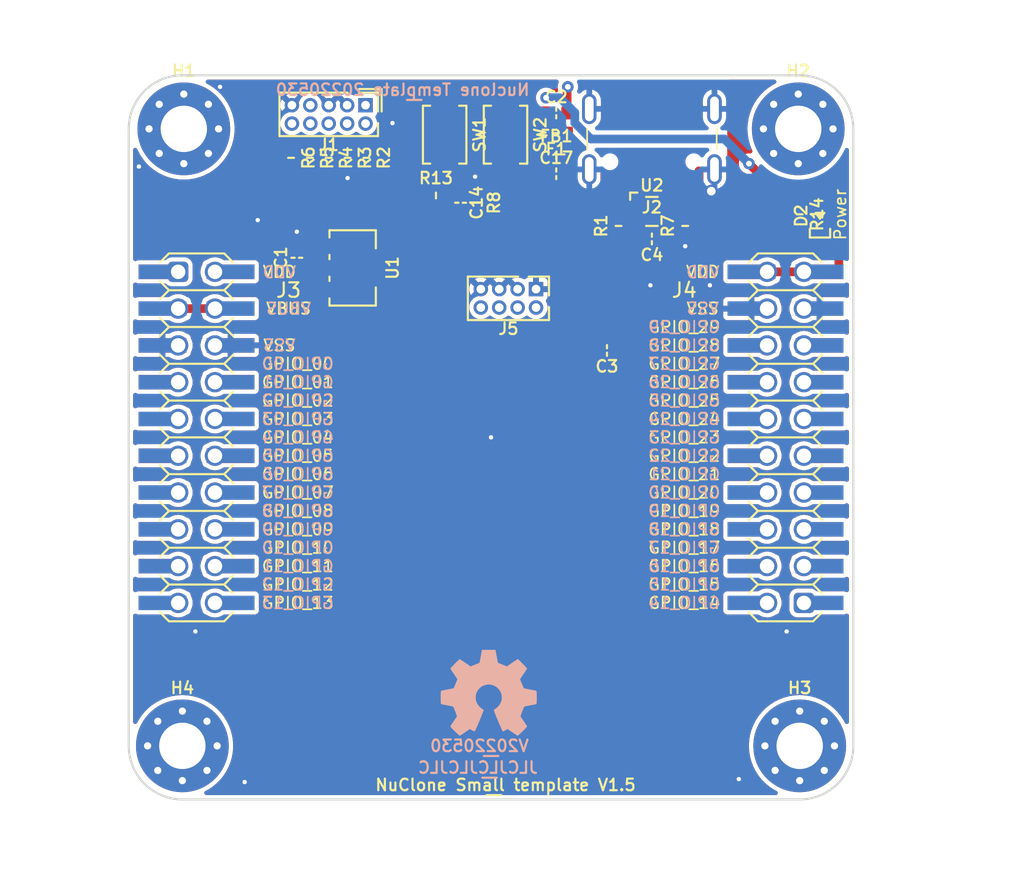
<source format=kicad_pcb>
(kicad_pcb (version 20221018) (generator pcbnew)
  (layers (0 "F.Cu" mixed) (31 "B.Cu" mixed) (34 "B.Paste" user) (35 "F.Paste" user) (36 "B.SilkS" user "B.Silkscreen") (37 "F.SilkS" user "F.Silkscreen") (38 "B.Mask" user) (39 "F.Mask" user) (44 "Edge.Cuts" user))
  (net 0 "")
  (net 1 "/VBUS")
  (net 2 "Net-(F1-Pad2)")
  (net 3 "/VDD")
  (net 4 "/VSS")
  (net 5 "Net-(D2-A)")
  (net 6 "/GPIO_28")
  (net 7 "/GPIO_29")
  (net 8 "/TMS")
  (net 9 "/TCK")
  (net 10 "/TDO")
  (net 11 "/TDI")
  (net 12 "/RESET")
  (net 13 "Net-(R13-Pad2)")
  (net 15 "Net-(J2-CC1)")
  (net 17 "Net-(J2-CC2)")
  (net 19 "/Bootloader")
  (net 20 "/GPIO_20")
  (net 21 "/GPIO_23")
  (net 22 "/GPIO_27")
  (net 23 "/GPIO_16")
  (net 24 "/GPIO_21")
  (net 25 "/GPIO_19")
  (net 26 "/GPIO_17")
  (net 27 "/GPIO_18")
  (net 28 "/GPIO_15")
  (net 29 "/GPIO_14")
  (net 30 "/GPIO_22")
  (net 31 "/GPIO_24")
  (net 32 "/GPIO_25")
  (net 33 "/GPIO_26")
  (net 34 "/GPIO_13")
  (net 35 "/GPIO_12")
  (net 36 "/GPIO_11")
  (net 37 "/GPIO_10")
  (net 38 "/GPIO_09")
  (net 39 "/GPIO_08")
  (net 40 "/GPIO_07")
  (net 41 "/GPIO_06")
  (net 42 "/GPIO_05")
  (net 43 "/GPIO_04")
  (net 44 "/GPIO_03")
  (net 45 "/GPIO_02")
  (net 46 "/GPIO_01")
  (net 47 "/GPIO_00")
  (net 48 "/VUSB")
  (net 49 "/DP")
  (net 50 "/DN")
  (footprint "SquantorPcbOutline:MountingHole_3.2mm_M3_Pad_Via" (layer "F.Cu") (at 63.8 64.7)
    (fp_text reference "H1")
    (fp_text value "MountingHole")
  )
  (footprint "SquantorPcbOutline:MountingHole_3.2mm_M3_Pad_Via" (layer "F.Cu") (at 106.2 64.7)
    (fp_text reference "H2")
    (fp_text value "MountingHole")
  )
  (footprint "SquantorPcbOutline:MountingHole_3.2mm_M3_Pad_Via" (layer "F.Cu") (at 63.7 107.3)
    (fp_text reference "H4")
    (fp_text value "MountingHole")
  )
  (footprint "SquantorLabels:Label_Generic" (layer "F.Cu") (at 85.2 110.1)
    (fp_text reference "N4" hide)
    (fp_text value "NuClone Small template V1.5")
  )
  (footprint "SquantorPcbOutline:MountingHole_3.2mm_M3_Pad_Via" (layer "F.Cu") (at 106.3 107.3)
    (fp_text reference "H3")
    (fp_text value "MountingHole")
  )
  (footprint "SquantorConnectorsNamed:nuclone_small_right_stacked" (layer "F.Cu") (at 105.32 86 90)
    (fp_text reference "J4")
    (fp_text value "nuclone_small_right")
  )
  (footprint "SquantorConnectorsNamed:nuclone_small_left_stacked" (layer "F.Cu") (at 64.68 86 -90)
    (fp_text reference "J3")
    (fp_text value "nuclone_small_left")
  )
  (footprint "SquantorResistor:R_0603_hand" (layer "F.Cu") (at 106.3 70.6 -90)
    (fp_text reference "R14")
    (fp_text value "1K")
  )
  (footprint "SquantorSwitches:TD-85XU" (layer "F.Cu") (at 86 65.1 -90)
    (fp_text reference "SW2")
    (fp_text value "Bootloader")
  )
  (footprint "SquantorResistor:R_0603_hand" (layer "F.Cu") (at 75.1 66.7 -90)
    (fp_text reference "R3")
    (fp_text value "47K")
  )
  (footprint "SquantorCapacitor:C_0603" (layer "F.Cu") (at 93 80 180)
    (fp_text reference "C3")
    (fp_text value "10u")
  )
  (footprint "SquantorResistor:R_0603_hand" (layer "F.Cu") (at 81.2 69.3)
    (fp_text reference "R13")
    (fp_text value "100")
  )
  (footprint "SquantorResistor:R_0603_hand" (layer "F.Cu") (at 84 69.8 -90)
    (fp_text reference "R8")
    (fp_text value "10K")
  )
  (footprint "SquantorResistor:R_0603_hand" (layer "F.Cu") (at 98.4 71.4 90)
    (fp_text reference "R7")
    (fp_text value "5.1K")
  )
  (footprint "SquantorResistor:R_0603_hand" (layer "F.Cu") (at 76.4 66.7 -90)
    (fp_text reference "R2")
    (fp_text value "47K")
  )
  (footprint "SquantorResistor:R_0603_hand" (layer "F.Cu") (at 73.8 66.7 -90)
    (fp_text reference "R4")
    (fp_text value "47K")
  )
  (footprint "SquantorResistor:R_0603_hand" (layer "F.Cu") (at 72.5 66.7 -90)
    (fp_text reference "R5")
    (fp_text value "47K")
  )
  (footprint "SquantorResistor:R_0603_hand" (layer "F.Cu") (at 93.8 71.4 90)
    (fp_text reference "R1")
    (fp_text value "5.1K")
  )
  (footprint "SquantorConnectors:Header-0127-2X05-H006" (layer "F.Cu") (at 73.8 63.7 180)
    (fp_text reference "J1")
    (fp_text value "JTAG_2X05")
  )
  (footprint "SquantorIC:SOT89-NXP" (layer "F.Cu") (at 75.1 74.3 -90)
    (fp_text reference "U1")
    (fp_text value "MCP1702-MB")
  )
  (footprint "SquantorCapacitor:C_0603" (layer "F.Cu") (at 89.5 67.8)
    (fp_text reference "C17")
    (fp_text value "1u")
  )
  (footprint "SquantorSwitches:TD-85XU" (layer "F.Cu") (at 81.8 65.1 -90)
    (fp_text reference "SW1")
    (fp_text value "RESET")
  )
  (footprint "SquantorDiodes:LED_0603_hand" (layer "F.Cu") (at 107.7 70.7 90)
    (fp_text reference "D2")
    (fp_text value "GREEN")
  )
  (footprint "SquantorFuse:F_0603_hand" (layer "F.Cu") (at 89.5 65 180)
    (fp_text reference "F1")
    (fp_text value "0.5A")
  )
  (footprint "SquantorCapacitor:C_0603" (layer "F.Cu") (at 89.5 63.6)
    (fp_text reference "C2")
    (fp_text value "10u")
  )
  (footprint "SquantorCapacitor:C_0603" (layer "F.Cu") (at 71.6 73.6 90)
    (fp_text reference "C1")
    (fp_text value "10u")
  )
  (footprint "SquantorResistor:R_0603_hand" (layer "F.Cu") (at 71.2 66.7 -90)
    (fp_text reference "R6")
    (fp_text value "47K")
  )
  (footprint "SquantorCapacitor:C_0603" (layer "F.Cu") (at 82.9 69.8 -90)
    (fp_text reference "C14")
    (fp_text value "10n")
  )
  (footprint "SquantorInductor:L_0603" (layer "F.Cu") (at 89.5 66.4)
    (fp_text reference "FB1")
    (fp_text value "600")
  )
  (footprint "SquantorUsb:USB-C-HRO-31-M-12" (layer "F.Cu") (at 96.1 68.415 180)
    (fp_text reference "J2")
    (fp_text value "TYPE-C-31-M-12")
  )
  (footprint "SquantorCapacitor:C_0603" (layer "F.Cu") (at 96.1 72.3 180)
    (fp_text reference "C4")
    (fp_text value "1u")
  )
  (footprint "SquantorIC:SOT363-ONsemi" (layer "F.Cu") (at 96.1 70.4)
    (fp_text reference "U2")
    (fp_text value "TPESD0504C6")
  )
  (footprint "SquantorConnectors:Header-0127-2X04-H006" (layer "F.Cu") (at 86.2 76.4 180)
    (fp_text reference "J5")
    (fp_text value "Conn_02x06_Odd_Even")
  )
  (footprint "Symbol:OSHW-Symbol_6.7x6mm_SilkScreen" (layer "B.Cu") (at 84.85 103.65 180)
    (fp_text reference "N1" hide)
    (fp_text value "OHWLOGO" hide)
  )
  (footprint "SquantorLabels:Label_Generic" (layer "B.Cu") (at 84.9 108.9 180)
    (fp_text reference "N3" hide)
    (fp_text value "JLCJLCJLCJLC")
  )
  (footprint "SquantorLabels:Label_Generic" (layer "B.Cu") (at 85 107.4 180)
    (fp_text reference "N2" hide)
    (fp_text value "V20220530")
  )
  (footprint "SquantorLabels:Label_Generic" (layer "B.Cu") (at 79.7 62.1 180)
    (fp_text reference "N5" hide)
    (fp_text value "Nuclone Template 20220530")
  )
  (gr_line (start 77.45 61.95) (end 75.9 61.95) (stroke (width 0.15)) (layer "F.SilkS"))
  (gr_line (start 77.45 61.95) (end 77.45 63.5) (stroke (width 0.15)) (layer "F.SilkS"))
  (gr_arc (start 110 107.3) (mid 108.916295 109.916295) (end 106.3 111) (stroke (width 0.15)) (layer "Edge.Cuts"))
  (gr_arc (start 63.7 111) (mid 61.083705 109.916295) (end 60 107.3) (stroke (width 0.15)) (layer "Edge.Cuts"))
  (gr_line (start 60 64.7) (end 60 107.3) (stroke (width 0.15)) (layer "Edge.Cuts"))
  (gr_line (start 106.3 61) (end 63.7 61) (stroke (width 0.15)) (layer "Edge.Cuts"))
  (gr_line (start 110 107.3) (end 110 64.7) (stroke (width 0.15)) (layer "Edge.Cuts"))
  (gr_arc (start 106.3 61) (mid 108.916295 62.083705) (end 110 64.7) (stroke (width 0.15)) (layer "Edge.Cuts"))
  (gr_line (start 63.7 111) (end 106.3 111) (stroke (width 0.15)) (layer "Edge.Cuts"))
  (gr_arc (start 60 64.7) (mid 61.083705 62.083705) (end 63.7 61) (stroke (width 0.15)) (layer "Edge.Cuts"))
  (gr_text "Power" (at 109.1 70.612 90) (layer "F.SilkS") (effects (font (size 0.8 0.8) (thickness 0.12))))
  (segment (start 90.25 61.85) (end 90.3 61.8) (width 0.6) (layer "F.Cu") (net 1))
  (segment (start 90.25 63.6) (end 90.25 61.85) (width 0.6) (layer "F.Cu") (net 1))
  (segment (start 62.33 77.11) (end 67.03 77.11) (width 0.6) (layer "F.Cu") (net 1))
  (via (at 90.3 61.8) (size 0.8) (drill 0.4) (layers "F.Cu" "B.Cu") (net 1))
  (segment (start 108.8 74.5) (end 109 74.3) (width 0.6) (layer "F.Cu") (net 3))
  (segment (start 104.05 74.57) (end 106.59 74.57) (width 0.6) (layer "F.Cu") (net 3))
  (segment (start 108.5 68.6) (end 104.3 68.6) (width 0.6) (layer "F.Cu") (net 3))
  (segment (start 109 69.1) (end 108.5 68.6) (width 0.6) (layer "F.Cu") (net 3))
  (segment (start 108.73 74.57) (end 108.8 74.5) (width 0.6) (layer "F.Cu") (net 3))
  (segment (start 72.4 75.8) (end 71.6 75) (width 0.6) (layer "F.Cu") (net 3))
  (segment (start 109 71.3) (end 109 69.1) (width 0.6) (layer "F.Cu") (net 3))
  (segment (start 109 74.3) (end 109 71.3) (width 0.6) (layer "F.Cu") (net 3))
  (segment (start 71.6 75) (end 71.6 74.35) (width 0.6) (layer "F.Cu") (net 3))
  (segment (start 107.67 74.57) (end 108.73 74.57) (width 0.6) (layer "F.Cu") (net 3))
  (segment (start 73.35 75.8) (end 72.4 75.8) (width 0.6) (layer "F.Cu") (net 3))
  (segment (start 104.3 68.6) (end 102.8 67.1) (width 0.6) (layer "F.Cu") (net 3))
  (segment (start 71.2 67.25) (end 73.8 67.25) (width 0.4) (layer "F.Cu") (net 3))
  (via (at 102.8 67.1) (size 0.8) (drill 0.4) (layers "F.Cu" "B.Cu") (net 3))
  (via (at 88.8 62.55) (size 0.8) (drill 0.4) (layers "F.Cu" "B.Cu") (net 3))
  (segment (start 89.75 62.55) (end 90.78 63.58) (width 0.6) (layer "B.Cu") (net 3))
  (segment (start 91.895786 65.4) (end 101.1 65.4) (width 0.6) (layer "B.Cu") (net 3))
  (segment (start 90.78 63.58) (end 90.78 64.284214) (width 0.6) (layer "B.Cu") (net 3))
  (segment (start 101.1 65.4) (end 102.8 67.1) (width 0.6) (layer "B.Cu") (net 3))
  (segment (start 90.78 64.284214) (end 91.895786 65.4) (width 0.6) (layer "B.Cu") (net 3))
  (segment (start 88.8 62.55) (end 89.75 62.55) (width 0.6) (layer "B.Cu") (net 3))
  (segment (start 100.2 69) (end 99.7 69) (width 0.6) (layer "F.Cu") (net 4))
  (segment (start 99.7 69) (end 99.35 68.65) (width 0.6) (layer "F.Cu") (net 4))
  (segment (start 99.35 68.65) (end 99.35 67.6) (width 0.6) (layer "F.Cu") (net 4))
  (segment (start 71.6 71.8) (end 71.6 72.85) (width 0.6) (layer "F.Cu") (net 4))
  (segment (start 72.4 72.8) (end 72.35 72.85) (width 0.6) (layer "F.Cu") (net 4))
  (segment (start 87.2 72.5) (end 87.25 72.45) (width 0.4) (layer "F.Cu") (net 4))
  (segment (start 87.25 72.45) (end 88.1 72.45) (width 0.4) (layer "F.Cu") (net 4))
  (segment (start 83.9 68) (end 83.4 68) (width 0.2) (layer "F.Cu") (net 4))
  (segment (start 72.35 72.85) (end 71.6 72.85) (width 0.6) (layer "F.Cu") (net 4))
  (segment (start 98.4 71.95) (end 98.4 72.8) (width 0.2) (layer "F.Cu") (net 4))
  (segment (start 75.1 67.25) (end 75.1 68.1) (width 0.4) (layer "F.Cu") (net 4))
  (segment (start 82.9 68.5) (end 82.9 69.25) (width 0.2) (layer "F.Cu") (net 4))
  (segment (start 73.35 72.8) (end 72.4 72.8) (width 0.6) (layer "F.Cu") (net 4))
  (segment (start 83.4 68) (end 82.9 68.5) (width 0.2) (layer "F.Cu") (net 4))
  (via (at 78.2 64.3) (size 0.6) (drill 0.3) (layers "F.Cu" "B.Cu") (net 4))
  (via (at 96 75.5) (size 0.6) (drill 0.3) (layers "F.Cu" "B.Cu") (net 4))
  (via (at 100.1 75.5) (size 0.6) (drill 0.3) (layers "F.Cu" "B.Cu") (net 4))
  (via (at 66.3 61.8) (size 0.6) (drill 0.3) (layers "F.Cu" "B.Cu") (net 4))
  (via (at 100.2 69) (size 0.9) (drill 0.6) (layers "F.Cu" "B.Cu") (net 4))
  (via (at 83.9 68) (size 0.6) (drill 0.3) (layers "F.Cu" "B.Cu") (net 4))
  (via (at 75.1 68.1) (size 0.6) (drill 0.3) (layers "F.Cu" "B.Cu") (net 4))
  (via (at 64.6 99.4) (size 0.6) (drill 0.3) (layers "F.Cu" "B.Cu") (net 4))
  (via (at 105.4 99.4) (size 0.6) (drill 0.3) (layers "F.Cu" "B.Cu") (net 4))
  (via (at 102.1 109.6) (size 0.6) (drill 0.3) (layers "F.Cu" "B.Cu") (net 4))
  (via (at 68 109.8) (size 0.6) (drill 0.3) (layers "F.Cu" "B.Cu") (net 4))
  (via (at 85 86) (size 0.6) (drill 0.3) (layers "F.Cu" "B.Cu") (net 4))
  (via (at 68.9 71) (size 0.6) (drill 0.3) (layers "F.Cu" "B.Cu") (net 4))
  (via (at 98.4 72.8) (size 0.6) (drill 0.3) (layers "F.Cu" "B.Cu") (net 4))
  (via (at 60.7 67.3) (size 0.6) (drill 0.3) (layers "F.Cu" "B.Cu") (net 4))
  (via (at 71.6 71.8) (size 0.6) (drill 0.3) (layers "F.Cu" "B.Cu") (net 4))
  (segment (start 81.8 68.5) (end 81.8 67.6) (width 0.2) (layer "F.Cu") (net 13))
  (segment (start 81.75 68.55) (end 81.8 68.5) (width 0.2) (layer "F.Cu") (net 13))
  (segment (start 81.75 69.3) (end 81.75 68.55) (width 0.2) (layer "F.Cu") (net 13))
  (segment (start 95.35 67.8) (end 95.35 68.05) (width 0.2) (layer "F.Cu") (net 49))
  (segment (start 95.35 67.6) (end 95.35 68.05) (width 0.2) (layer "F.Cu") (net 49))
  (zone (net 1) (net_name "/VBUS") (layer "F.Cu") (priority 1) (connect_pads (clearance 0.3)) (min_thickness 0.2) (fill yes (thermal_gap 0.2) (thermal_bridge_width 0.4))
    (polygon (pts (xy 80.5 79.6) (xy 69.9 79.6) (xy 69.9 68.9) (xy 80.5 68.9)))
  )
  (zone (net 0) (net_name "") (layer "F.Cu") (connect_pads (clearance 0)) (min_thickness 0.254)
    (keepout (tracks allowed) (vias allowed) (pads allowed) (copperpour not_allowed) (footprints allowed))
    (fill (thermal_gap 0.508) (thermal_bridge_width 0.508))
    (polygon (pts (xy 101.3 68.7) (xy 90.9 68.7) (xy 90.9 59.9) (xy 101.3 59.9)))
  )
  (zone (net 4) (net_name "/VSS") (layer "F.Cu") (connect_pads (clearance 0.3)) (min_thickness 0.3) (fill yes (thermal_gap 0.3) (thermal_bridge_width 0.4))
    (polygon (pts (xy 110 111) (xy 60 111) (xy 60 61) (xy 110 61)))
  )
  (zone (net 4) (net_name "/VSS") (layer "B.Cu") (connect_pads (clearance 0.3)) (min_thickness 0.3) (fill yes (thermal_gap 0.3) (thermal_bridge_width 0.4))
    (polygon (pts (xy 60 61) (xy 110 61) (xy 110 111) (xy 60 111)))
  )
)
</source>
